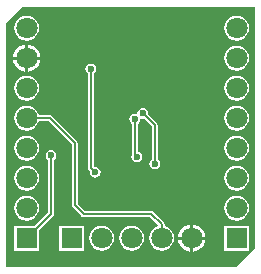
<source format=gbl>
G04*
G04 #@! TF.GenerationSoftware,Altium Limited,Altium Designer,18.1.6 (161)*
G04*
G04 Layer_Physical_Order=2*
G04 Layer_Color=16711680*
%FSLAX44Y44*%
%MOMM*%
G71*
G01*
G75*
%ADD14C,0.2000*%
%ADD33C,1.8000*%
%ADD34R,1.8000X1.8000*%
%ADD35R,1.8000X1.8000*%
%ADD36C,0.6000*%
G36*
X270461Y18345D02*
X254155Y2039D01*
X59539D01*
Y209155D01*
X73345Y222961D01*
X270461D01*
Y18345D01*
D02*
G37*
%LPC*%
G36*
X254600Y215290D02*
X251859Y214929D01*
X249305Y213871D01*
X247111Y212188D01*
X245428Y209995D01*
X244370Y207441D01*
X244009Y204700D01*
X244370Y201959D01*
X245428Y199404D01*
X247111Y197211D01*
X249305Y195528D01*
X251859Y194470D01*
X254600Y194109D01*
X257341Y194470D01*
X259895Y195528D01*
X262089Y197211D01*
X263772Y199404D01*
X264830Y201959D01*
X265191Y204700D01*
X264830Y207441D01*
X263772Y209995D01*
X262089Y212188D01*
X259895Y213871D01*
X257341Y214929D01*
X254600Y215290D01*
D02*
G37*
G36*
X76800D02*
X74059Y214929D01*
X71505Y213871D01*
X69311Y212188D01*
X67628Y209995D01*
X66570Y207441D01*
X66209Y204700D01*
X66570Y201959D01*
X67628Y199404D01*
X69311Y197211D01*
X71505Y195528D01*
X74059Y194470D01*
X76800Y194109D01*
X79541Y194470D01*
X82095Y195528D01*
X84289Y197211D01*
X85972Y199404D01*
X87030Y201959D01*
X87391Y204700D01*
X87030Y207441D01*
X85972Y209995D01*
X84289Y212188D01*
X82095Y213871D01*
X79541Y214929D01*
X76800Y215290D01*
D02*
G37*
G36*
X78070Y190772D02*
Y180570D01*
X88272D01*
X88043Y182312D01*
X86880Y185119D01*
X85030Y187530D01*
X82620Y189380D01*
X79812Y190543D01*
X78070Y190772D01*
D02*
G37*
G36*
X75530D02*
X73787Y190543D01*
X70980Y189380D01*
X68570Y187530D01*
X66720Y185119D01*
X65557Y182312D01*
X65328Y180570D01*
X75530D01*
Y190772D01*
D02*
G37*
G36*
X254600Y189890D02*
X251859Y189529D01*
X249305Y188471D01*
X247111Y186788D01*
X245428Y184595D01*
X244370Y182041D01*
X244009Y179300D01*
X244370Y176559D01*
X245428Y174004D01*
X247111Y171811D01*
X249305Y170128D01*
X251859Y169070D01*
X254600Y168709D01*
X257341Y169070D01*
X259895Y170128D01*
X262089Y171811D01*
X263772Y174004D01*
X264830Y176559D01*
X265191Y179300D01*
X264830Y182041D01*
X263772Y184595D01*
X262089Y186788D01*
X259895Y188471D01*
X257341Y189529D01*
X254600Y189890D01*
D02*
G37*
G36*
X88272Y178030D02*
X78070D01*
Y167827D01*
X79812Y168057D01*
X82620Y169219D01*
X85030Y171069D01*
X86880Y173480D01*
X88043Y176287D01*
X88272Y178030D01*
D02*
G37*
G36*
X75530D02*
X65328D01*
X65557Y176287D01*
X66720Y173480D01*
X68570Y171069D01*
X70980Y169219D01*
X73787Y168057D01*
X75530Y167827D01*
Y178030D01*
D02*
G37*
G36*
X254600Y164490D02*
X251859Y164129D01*
X249305Y163071D01*
X247111Y161388D01*
X245428Y159195D01*
X244370Y156641D01*
X244009Y153900D01*
X244370Y151159D01*
X245428Y148604D01*
X247111Y146411D01*
X249305Y144728D01*
X251859Y143670D01*
X254600Y143309D01*
X257341Y143670D01*
X259895Y144728D01*
X262089Y146411D01*
X263772Y148604D01*
X264830Y151159D01*
X265191Y153900D01*
X264830Y156641D01*
X263772Y159195D01*
X262089Y161388D01*
X259895Y163071D01*
X257341Y164129D01*
X254600Y164490D01*
D02*
G37*
G36*
X76800D02*
X74059Y164129D01*
X71505Y163071D01*
X69311Y161388D01*
X67628Y159195D01*
X66570Y156641D01*
X66209Y153900D01*
X66570Y151159D01*
X67628Y148604D01*
X69311Y146411D01*
X71505Y144728D01*
X74059Y143670D01*
X76800Y143309D01*
X79541Y143670D01*
X82095Y144728D01*
X84289Y146411D01*
X85972Y148604D01*
X87030Y151159D01*
X87391Y153900D01*
X87030Y156641D01*
X85972Y159195D01*
X84289Y161388D01*
X82095Y163071D01*
X79541Y164129D01*
X76800Y164490D01*
D02*
G37*
G36*
X175000Y137088D02*
X173244Y136739D01*
X171756Y135744D01*
X170761Y134256D01*
X170487Y132878D01*
X170388Y132488D01*
X169230Y131931D01*
X168441Y132088D01*
X166685Y131739D01*
X165197Y130744D01*
X164202Y129256D01*
X163853Y127500D01*
X164202Y125744D01*
X165197Y124256D01*
X165892Y123791D01*
Y97563D01*
X165761Y97367D01*
X165412Y95611D01*
X165761Y93855D01*
X166756Y92367D01*
X168244Y91372D01*
X170000Y91023D01*
X171756Y91372D01*
X173244Y92367D01*
X174239Y93855D01*
X174588Y95611D01*
X174239Y97367D01*
X173244Y98855D01*
X171756Y99850D01*
X170990Y100002D01*
Y123791D01*
X171685Y124256D01*
X172680Y125744D01*
X172954Y127122D01*
X173053Y127512D01*
X174211Y128069D01*
X175000Y127912D01*
X176261Y128163D01*
X182701Y121722D01*
Y93709D01*
X182006Y93244D01*
X181011Y91756D01*
X180662Y90000D01*
X181011Y88244D01*
X182006Y86756D01*
X183494Y85761D01*
X185250Y85412D01*
X187006Y85761D01*
X188494Y86756D01*
X189489Y88244D01*
X189838Y90000D01*
X189489Y91756D01*
X188494Y93244D01*
X187799Y93709D01*
Y122778D01*
X187605Y123753D01*
X187052Y124580D01*
X179513Y132120D01*
X179588Y132500D01*
X179239Y134256D01*
X178244Y135744D01*
X176756Y136739D01*
X175000Y137088D01*
D02*
G37*
G36*
X254600Y139090D02*
X251859Y138729D01*
X249305Y137671D01*
X247111Y135988D01*
X245428Y133795D01*
X244370Y131241D01*
X244009Y128500D01*
X244370Y125759D01*
X245428Y123204D01*
X247111Y121011D01*
X249305Y119328D01*
X251859Y118270D01*
X254600Y117909D01*
X257341Y118270D01*
X259895Y119328D01*
X262089Y121011D01*
X263772Y123204D01*
X264830Y125759D01*
X265191Y128500D01*
X264830Y131241D01*
X263772Y133795D01*
X262089Y135988D01*
X259895Y137671D01*
X257341Y138729D01*
X254600Y139090D01*
D02*
G37*
G36*
Y113690D02*
X251859Y113329D01*
X249305Y112271D01*
X247111Y110588D01*
X245428Y108395D01*
X244370Y105841D01*
X244009Y103100D01*
X244370Y100359D01*
X245428Y97804D01*
X247111Y95611D01*
X249305Y93928D01*
X251859Y92870D01*
X254600Y92509D01*
X257341Y92870D01*
X259895Y93928D01*
X262089Y95611D01*
X263772Y97804D01*
X264830Y100359D01*
X265191Y103100D01*
X264830Y105841D01*
X263772Y108395D01*
X262089Y110588D01*
X259895Y112271D01*
X257341Y113329D01*
X254600Y113690D01*
D02*
G37*
G36*
X76800D02*
X74059Y113329D01*
X71505Y112271D01*
X69311Y110588D01*
X67628Y108395D01*
X66570Y105841D01*
X66209Y103100D01*
X66570Y100359D01*
X67628Y97804D01*
X69311Y95611D01*
X71505Y93928D01*
X74059Y92870D01*
X76800Y92509D01*
X79541Y92870D01*
X82095Y93928D01*
X84289Y95611D01*
X85972Y97804D01*
X87030Y100359D01*
X87391Y103100D01*
X87030Y105841D01*
X85972Y108395D01*
X84289Y110588D01*
X82095Y112271D01*
X79541Y113329D01*
X76800Y113690D01*
D02*
G37*
G36*
X131128Y174588D02*
X129373Y174239D01*
X127884Y173244D01*
X126889Y171756D01*
X126540Y170000D01*
X126889Y168244D01*
X127884Y166756D01*
X128579Y166291D01*
Y86372D01*
X128773Y85396D01*
X129326Y84569D01*
X130575Y83320D01*
X130412Y82500D01*
X130761Y80744D01*
X131756Y79256D01*
X133244Y78261D01*
X135000Y77912D01*
X136756Y78261D01*
X138244Y79256D01*
X139239Y80744D01*
X139588Y82500D01*
X139239Y84256D01*
X138244Y85744D01*
X136756Y86739D01*
X135000Y87088D01*
X134789Y87046D01*
X133677Y88000D01*
Y166291D01*
X134373Y166756D01*
X135367Y168244D01*
X135716Y170000D01*
X135367Y171756D01*
X134373Y173244D01*
X132884Y174239D01*
X131128Y174588D01*
D02*
G37*
G36*
X76800Y88290D02*
X74059Y87929D01*
X71505Y86871D01*
X69311Y85188D01*
X67628Y82995D01*
X66570Y80441D01*
X66209Y77700D01*
X66570Y74959D01*
X67628Y72404D01*
X69311Y70211D01*
X71505Y68528D01*
X74059Y67470D01*
X76800Y67109D01*
X79541Y67470D01*
X82095Y68528D01*
X84289Y70211D01*
X85972Y72404D01*
X87030Y74959D01*
X87391Y77700D01*
X87030Y80441D01*
X85972Y82995D01*
X84289Y85188D01*
X82095Y86871D01*
X79541Y87929D01*
X76800Y88290D01*
D02*
G37*
G36*
X254600Y88290D02*
X251859Y87929D01*
X249305Y86871D01*
X247111Y85188D01*
X245428Y82995D01*
X244370Y80441D01*
X244009Y77700D01*
X244370Y74959D01*
X245428Y72404D01*
X247111Y70211D01*
X249305Y68528D01*
X251859Y67470D01*
X254600Y67109D01*
X257341Y67470D01*
X259895Y68528D01*
X262089Y70211D01*
X263772Y72404D01*
X264830Y74959D01*
X265191Y77700D01*
X264830Y80441D01*
X263772Y82995D01*
X262089Y85188D01*
X259895Y86871D01*
X257341Y87929D01*
X254600Y88290D01*
D02*
G37*
G36*
X76800Y62890D02*
X74059Y62529D01*
X71505Y61471D01*
X69311Y59788D01*
X67628Y57595D01*
X66570Y55041D01*
X66209Y52300D01*
X66570Y49559D01*
X67628Y47004D01*
X69311Y44811D01*
X71505Y43128D01*
X74059Y42070D01*
X76800Y41709D01*
X79541Y42070D01*
X82095Y43128D01*
X84289Y44811D01*
X85972Y47004D01*
X87030Y49559D01*
X87391Y52300D01*
X87030Y55041D01*
X85972Y57595D01*
X84289Y59788D01*
X82095Y61471D01*
X79541Y62529D01*
X76800Y62890D01*
D02*
G37*
G36*
X254600Y62890D02*
X251859Y62529D01*
X249305Y61471D01*
X247111Y59788D01*
X245428Y57595D01*
X244370Y55041D01*
X244009Y52300D01*
X244370Y49559D01*
X245428Y47004D01*
X247111Y44811D01*
X249305Y43128D01*
X251859Y42070D01*
X254600Y41709D01*
X257341Y42070D01*
X259895Y43128D01*
X262089Y44811D01*
X263772Y47004D01*
X264830Y49559D01*
X265191Y52300D01*
X264830Y55041D01*
X263772Y57595D01*
X262089Y59788D01*
X259895Y61471D01*
X257341Y62529D01*
X254600Y62890D01*
D02*
G37*
G36*
X217770Y38372D02*
Y28170D01*
X227972D01*
X227743Y29912D01*
X226580Y32719D01*
X224730Y35130D01*
X222320Y36980D01*
X219513Y38143D01*
X217770Y38372D01*
D02*
G37*
G36*
X215230D02*
X213487Y38143D01*
X210680Y36980D01*
X208270Y35130D01*
X206420Y32719D01*
X205257Y29912D01*
X205028Y28170D01*
X215230D01*
Y38372D01*
D02*
G37*
G36*
X265100Y37400D02*
X244100D01*
Y16400D01*
X265100D01*
Y37400D01*
D02*
G37*
G36*
X125400D02*
X104400D01*
Y16400D01*
X125400D01*
Y37400D01*
D02*
G37*
G36*
X97500Y101488D02*
X95744Y101139D01*
X94256Y100144D01*
X93261Y98656D01*
X92912Y96900D01*
X93261Y95144D01*
X94256Y93656D01*
X94951Y93191D01*
Y48655D01*
X83695Y37400D01*
X66300D01*
Y16400D01*
X87300D01*
Y33795D01*
X99302Y45797D01*
X99855Y46624D01*
X100049Y47600D01*
Y93191D01*
X100744Y93656D01*
X101739Y95144D01*
X102088Y96900D01*
X101739Y98656D01*
X100744Y100144D01*
X99256Y101139D01*
X97500Y101488D01*
D02*
G37*
G36*
X76800Y139090D02*
X74059Y138729D01*
X71505Y137671D01*
X69311Y135988D01*
X67628Y133795D01*
X66570Y131241D01*
X66209Y128500D01*
X66570Y125759D01*
X67628Y123204D01*
X69311Y121011D01*
X71505Y119328D01*
X74059Y118270D01*
X76800Y117909D01*
X79541Y118270D01*
X82095Y119328D01*
X84289Y121011D01*
X85972Y123204D01*
X87030Y125759D01*
X87055Y125951D01*
X95445D01*
X114951Y106444D01*
Y55000D01*
X115145Y54025D01*
X115698Y53198D01*
X123198Y45698D01*
X124025Y45145D01*
X125000Y44951D01*
X181444D01*
X188075Y38320D01*
X188086Y38273D01*
X187785Y36892D01*
X185805Y36071D01*
X183611Y34388D01*
X181928Y32195D01*
X180870Y29641D01*
X180509Y26900D01*
X180870Y24159D01*
X181928Y21604D01*
X183611Y19411D01*
X185805Y17728D01*
X188359Y16670D01*
X191100Y16309D01*
X193841Y16670D01*
X196395Y17728D01*
X198589Y19411D01*
X200272Y21604D01*
X201330Y24159D01*
X201691Y26900D01*
X201330Y29641D01*
X200272Y32195D01*
X198589Y34388D01*
X196395Y36071D01*
X193841Y37129D01*
X193649Y37155D01*
Y38900D01*
X193455Y39876D01*
X192902Y40702D01*
X184302Y49302D01*
X183475Y49855D01*
X182500Y50049D01*
X126056D01*
X120049Y56056D01*
Y107500D01*
X119855Y108475D01*
X119302Y109302D01*
X98303Y130302D01*
X97476Y130855D01*
X96500Y131049D01*
X87055D01*
X87030Y131241D01*
X85972Y133795D01*
X84289Y135988D01*
X82095Y137671D01*
X79541Y138729D01*
X76800Y139090D01*
D02*
G37*
G36*
X165700Y37490D02*
X162959Y37129D01*
X160405Y36071D01*
X158211Y34388D01*
X156528Y32195D01*
X155470Y29641D01*
X155109Y26900D01*
X155470Y24159D01*
X156528Y21604D01*
X158211Y19411D01*
X160405Y17728D01*
X162959Y16670D01*
X165700Y16309D01*
X168441Y16670D01*
X170995Y17728D01*
X173189Y19411D01*
X174872Y21604D01*
X175930Y24159D01*
X176291Y26900D01*
X175930Y29641D01*
X174872Y32195D01*
X173189Y34388D01*
X170995Y36071D01*
X168441Y37129D01*
X165700Y37490D01*
D02*
G37*
G36*
X140300D02*
X137559Y37129D01*
X135005Y36071D01*
X132811Y34388D01*
X131128Y32195D01*
X130070Y29641D01*
X129709Y26900D01*
X130070Y24159D01*
X131128Y21604D01*
X132811Y19411D01*
X135005Y17728D01*
X137559Y16670D01*
X140300Y16309D01*
X143041Y16670D01*
X145595Y17728D01*
X147789Y19411D01*
X149472Y21604D01*
X150530Y24159D01*
X150891Y26900D01*
X150530Y29641D01*
X149472Y32195D01*
X147789Y34388D01*
X145595Y36071D01*
X143041Y37129D01*
X140300Y37490D01*
D02*
G37*
G36*
X227972Y25630D02*
X217770D01*
Y15427D01*
X219513Y15657D01*
X222320Y16819D01*
X224730Y18669D01*
X226580Y21080D01*
X227743Y23887D01*
X227972Y25630D01*
D02*
G37*
G36*
X215230D02*
X205028D01*
X205257Y23887D01*
X206420Y21080D01*
X208270Y18669D01*
X210680Y16819D01*
X213487Y15657D01*
X215230Y15427D01*
Y25630D01*
D02*
G37*
%LPD*%
D14*
X131128Y86372D02*
Y170000D01*
Y86372D02*
X135000Y82500D01*
X168441Y97170D02*
Y127500D01*
Y97170D02*
X170000Y95611D01*
X185250Y90000D02*
Y122778D01*
X175528Y132500D02*
X185250Y122778D01*
X175000Y132500D02*
X175528D01*
X191100Y26900D02*
Y38900D01*
X182500Y47500D02*
X191100Y38900D01*
X125000Y47500D02*
X182500D01*
X117500Y55000D02*
X125000Y47500D01*
X117500Y55000D02*
Y107500D01*
X96500Y128500D02*
X117500Y107500D01*
X76800Y128500D02*
X96500D01*
X76800Y26900D02*
X97500Y47600D01*
Y96900D01*
D33*
X216500Y26900D02*
D03*
X191100D02*
D03*
X165700D02*
D03*
X140300D02*
D03*
X254600Y179300D02*
D03*
Y204700D02*
D03*
Y153900D02*
D03*
Y128500D02*
D03*
Y103100D02*
D03*
Y77700D02*
D03*
Y52300D02*
D03*
X76800Y179300D02*
D03*
Y204700D02*
D03*
Y153900D02*
D03*
Y128500D02*
D03*
Y103100D02*
D03*
Y77700D02*
D03*
Y52300D02*
D03*
D34*
X114900Y26900D02*
D03*
D35*
X254600D02*
D03*
X76800D02*
D03*
D36*
X131128Y170000D02*
D03*
X135000Y82500D02*
D03*
X170000Y95611D02*
D03*
X168441Y127500D02*
D03*
X175000Y132500D02*
D03*
X185250Y90000D02*
D03*
X152500Y195250D02*
D03*
X220750Y55000D02*
D03*
X178000Y122250D02*
D03*
X212000D02*
D03*
X222500Y110250D02*
D03*
X137500Y142500D02*
D03*
X137500Y127500D02*
D03*
X97500Y96900D02*
D03*
M02*

</source>
